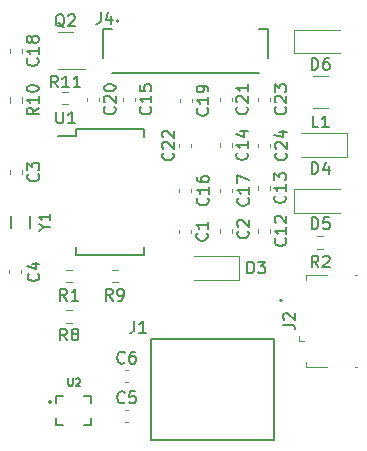
<source format=gbr>
%TF.GenerationSoftware,KiCad,Pcbnew,7.0.2*%
%TF.CreationDate,2024-01-28T11:35:20-05:00*%
%TF.ProjectId,E-INK Watch,452d494e-4b20-4576-9174-63682e6b6963,rev?*%
%TF.SameCoordinates,Original*%
%TF.FileFunction,Legend,Top*%
%TF.FilePolarity,Positive*%
%FSLAX46Y46*%
G04 Gerber Fmt 4.6, Leading zero omitted, Abs format (unit mm)*
G04 Created by KiCad (PCBNEW 7.0.2) date 2024-01-28 11:35:20*
%MOMM*%
%LPD*%
G01*
G04 APERTURE LIST*
%ADD10C,0.150000*%
%ADD11C,0.200000*%
%ADD12C,0.127000*%
%ADD13C,0.120000*%
G04 APERTURE END LIST*
D10*
X104927380Y-116392857D02*
X104975000Y-116440476D01*
X104975000Y-116440476D02*
X105022619Y-116583333D01*
X105022619Y-116583333D02*
X105022619Y-116678571D01*
X105022619Y-116678571D02*
X104975000Y-116821428D01*
X104975000Y-116821428D02*
X104879761Y-116916666D01*
X104879761Y-116916666D02*
X104784523Y-116964285D01*
X104784523Y-116964285D02*
X104594047Y-117011904D01*
X104594047Y-117011904D02*
X104451190Y-117011904D01*
X104451190Y-117011904D02*
X104260714Y-116964285D01*
X104260714Y-116964285D02*
X104165476Y-116916666D01*
X104165476Y-116916666D02*
X104070238Y-116821428D01*
X104070238Y-116821428D02*
X104022619Y-116678571D01*
X104022619Y-116678571D02*
X104022619Y-116583333D01*
X104022619Y-116583333D02*
X104070238Y-116440476D01*
X104070238Y-116440476D02*
X104117857Y-116392857D01*
X105022619Y-115440476D02*
X105022619Y-116011904D01*
X105022619Y-115726190D02*
X104022619Y-115726190D01*
X104022619Y-115726190D02*
X104165476Y-115821428D01*
X104165476Y-115821428D02*
X104260714Y-115916666D01*
X104260714Y-115916666D02*
X104308333Y-116011904D01*
X104022619Y-115107142D02*
X104022619Y-114488095D01*
X104022619Y-114488095D02*
X104403571Y-114821428D01*
X104403571Y-114821428D02*
X104403571Y-114678571D01*
X104403571Y-114678571D02*
X104451190Y-114583333D01*
X104451190Y-114583333D02*
X104498809Y-114535714D01*
X104498809Y-114535714D02*
X104594047Y-114488095D01*
X104594047Y-114488095D02*
X104832142Y-114488095D01*
X104832142Y-114488095D02*
X104927380Y-114535714D01*
X104927380Y-114535714D02*
X104975000Y-114583333D01*
X104975000Y-114583333D02*
X105022619Y-114678571D01*
X105022619Y-114678571D02*
X105022619Y-114964285D01*
X105022619Y-114964285D02*
X104975000Y-115059523D01*
X104975000Y-115059523D02*
X104927380Y-115107142D01*
%TO.C,U2*%
X86604380Y-131869676D02*
X86604380Y-132387771D01*
X86604380Y-132387771D02*
X86634857Y-132448723D01*
X86634857Y-132448723D02*
X86665333Y-132479200D01*
X86665333Y-132479200D02*
X86726285Y-132509676D01*
X86726285Y-132509676D02*
X86848190Y-132509676D01*
X86848190Y-132509676D02*
X86909142Y-132479200D01*
X86909142Y-132479200D02*
X86939619Y-132448723D01*
X86939619Y-132448723D02*
X86970095Y-132387771D01*
X86970095Y-132387771D02*
X86970095Y-131869676D01*
X87244380Y-131930628D02*
X87274856Y-131900152D01*
X87274856Y-131900152D02*
X87335809Y-131869676D01*
X87335809Y-131869676D02*
X87488190Y-131869676D01*
X87488190Y-131869676D02*
X87549142Y-131900152D01*
X87549142Y-131900152D02*
X87579618Y-131930628D01*
X87579618Y-131930628D02*
X87610095Y-131991580D01*
X87610095Y-131991580D02*
X87610095Y-132052533D01*
X87610095Y-132052533D02*
X87579618Y-132143961D01*
X87579618Y-132143961D02*
X87213904Y-132509676D01*
X87213904Y-132509676D02*
X87610095Y-132509676D01*
%TO.C,Q2*%
X86264761Y-102157857D02*
X86169523Y-102110238D01*
X86169523Y-102110238D02*
X86074285Y-102015000D01*
X86074285Y-102015000D02*
X85931428Y-101872142D01*
X85931428Y-101872142D02*
X85836190Y-101824523D01*
X85836190Y-101824523D02*
X85740952Y-101824523D01*
X85788571Y-102062619D02*
X85693333Y-102015000D01*
X85693333Y-102015000D02*
X85598095Y-101919761D01*
X85598095Y-101919761D02*
X85550476Y-101729285D01*
X85550476Y-101729285D02*
X85550476Y-101395952D01*
X85550476Y-101395952D02*
X85598095Y-101205476D01*
X85598095Y-101205476D02*
X85693333Y-101110238D01*
X85693333Y-101110238D02*
X85788571Y-101062619D01*
X85788571Y-101062619D02*
X85979047Y-101062619D01*
X85979047Y-101062619D02*
X86074285Y-101110238D01*
X86074285Y-101110238D02*
X86169523Y-101205476D01*
X86169523Y-101205476D02*
X86217142Y-101395952D01*
X86217142Y-101395952D02*
X86217142Y-101729285D01*
X86217142Y-101729285D02*
X86169523Y-101919761D01*
X86169523Y-101919761D02*
X86074285Y-102015000D01*
X86074285Y-102015000D02*
X85979047Y-102062619D01*
X85979047Y-102062619D02*
X85788571Y-102062619D01*
X86598095Y-101157857D02*
X86645714Y-101110238D01*
X86645714Y-101110238D02*
X86740952Y-101062619D01*
X86740952Y-101062619D02*
X86979047Y-101062619D01*
X86979047Y-101062619D02*
X87074285Y-101110238D01*
X87074285Y-101110238D02*
X87121904Y-101157857D01*
X87121904Y-101157857D02*
X87169523Y-101253095D01*
X87169523Y-101253095D02*
X87169523Y-101348333D01*
X87169523Y-101348333D02*
X87121904Y-101491190D01*
X87121904Y-101491190D02*
X86550476Y-102062619D01*
X86550476Y-102062619D02*
X87169523Y-102062619D01*
%TO.C,D5*%
X107211905Y-119242619D02*
X107211905Y-118242619D01*
X107211905Y-118242619D02*
X107450000Y-118242619D01*
X107450000Y-118242619D02*
X107592857Y-118290238D01*
X107592857Y-118290238D02*
X107688095Y-118385476D01*
X107688095Y-118385476D02*
X107735714Y-118480714D01*
X107735714Y-118480714D02*
X107783333Y-118671190D01*
X107783333Y-118671190D02*
X107783333Y-118814047D01*
X107783333Y-118814047D02*
X107735714Y-119004523D01*
X107735714Y-119004523D02*
X107688095Y-119099761D01*
X107688095Y-119099761D02*
X107592857Y-119195000D01*
X107592857Y-119195000D02*
X107450000Y-119242619D01*
X107450000Y-119242619D02*
X107211905Y-119242619D01*
X108688095Y-118242619D02*
X108211905Y-118242619D01*
X108211905Y-118242619D02*
X108164286Y-118718809D01*
X108164286Y-118718809D02*
X108211905Y-118671190D01*
X108211905Y-118671190D02*
X108307143Y-118623571D01*
X108307143Y-118623571D02*
X108545238Y-118623571D01*
X108545238Y-118623571D02*
X108640476Y-118671190D01*
X108640476Y-118671190D02*
X108688095Y-118718809D01*
X108688095Y-118718809D02*
X108735714Y-118814047D01*
X108735714Y-118814047D02*
X108735714Y-119052142D01*
X108735714Y-119052142D02*
X108688095Y-119147380D01*
X108688095Y-119147380D02*
X108640476Y-119195000D01*
X108640476Y-119195000D02*
X108545238Y-119242619D01*
X108545238Y-119242619D02*
X108307143Y-119242619D01*
X108307143Y-119242619D02*
X108211905Y-119195000D01*
X108211905Y-119195000D02*
X108164286Y-119147380D01*
%TO.C,C15*%
X93537380Y-108885357D02*
X93585000Y-108932976D01*
X93585000Y-108932976D02*
X93632619Y-109075833D01*
X93632619Y-109075833D02*
X93632619Y-109171071D01*
X93632619Y-109171071D02*
X93585000Y-109313928D01*
X93585000Y-109313928D02*
X93489761Y-109409166D01*
X93489761Y-109409166D02*
X93394523Y-109456785D01*
X93394523Y-109456785D02*
X93204047Y-109504404D01*
X93204047Y-109504404D02*
X93061190Y-109504404D01*
X93061190Y-109504404D02*
X92870714Y-109456785D01*
X92870714Y-109456785D02*
X92775476Y-109409166D01*
X92775476Y-109409166D02*
X92680238Y-109313928D01*
X92680238Y-109313928D02*
X92632619Y-109171071D01*
X92632619Y-109171071D02*
X92632619Y-109075833D01*
X92632619Y-109075833D02*
X92680238Y-108932976D01*
X92680238Y-108932976D02*
X92727857Y-108885357D01*
X93632619Y-107932976D02*
X93632619Y-108504404D01*
X93632619Y-108218690D02*
X92632619Y-108218690D01*
X92632619Y-108218690D02*
X92775476Y-108313928D01*
X92775476Y-108313928D02*
X92870714Y-108409166D01*
X92870714Y-108409166D02*
X92918333Y-108504404D01*
X92632619Y-107028214D02*
X92632619Y-107504404D01*
X92632619Y-107504404D02*
X93108809Y-107552023D01*
X93108809Y-107552023D02*
X93061190Y-107504404D01*
X93061190Y-107504404D02*
X93013571Y-107409166D01*
X93013571Y-107409166D02*
X93013571Y-107171071D01*
X93013571Y-107171071D02*
X93061190Y-107075833D01*
X93061190Y-107075833D02*
X93108809Y-107028214D01*
X93108809Y-107028214D02*
X93204047Y-106980595D01*
X93204047Y-106980595D02*
X93442142Y-106980595D01*
X93442142Y-106980595D02*
X93537380Y-107028214D01*
X93537380Y-107028214D02*
X93585000Y-107075833D01*
X93585000Y-107075833D02*
X93632619Y-107171071D01*
X93632619Y-107171071D02*
X93632619Y-107409166D01*
X93632619Y-107409166D02*
X93585000Y-107504404D01*
X93585000Y-107504404D02*
X93537380Y-107552023D01*
%TO.C,R1*%
X86493333Y-125282619D02*
X86160000Y-124806428D01*
X85921905Y-125282619D02*
X85921905Y-124282619D01*
X85921905Y-124282619D02*
X86302857Y-124282619D01*
X86302857Y-124282619D02*
X86398095Y-124330238D01*
X86398095Y-124330238D02*
X86445714Y-124377857D01*
X86445714Y-124377857D02*
X86493333Y-124473095D01*
X86493333Y-124473095D02*
X86493333Y-124615952D01*
X86493333Y-124615952D02*
X86445714Y-124711190D01*
X86445714Y-124711190D02*
X86398095Y-124758809D01*
X86398095Y-124758809D02*
X86302857Y-124806428D01*
X86302857Y-124806428D02*
X85921905Y-124806428D01*
X87445714Y-125282619D02*
X86874286Y-125282619D01*
X87160000Y-125282619D02*
X87160000Y-124282619D01*
X87160000Y-124282619D02*
X87064762Y-124425476D01*
X87064762Y-124425476D02*
X86969524Y-124520714D01*
X86969524Y-124520714D02*
X86874286Y-124568333D01*
%TO.C,R2*%
X107783333Y-122472619D02*
X107450000Y-121996428D01*
X107211905Y-122472619D02*
X107211905Y-121472619D01*
X107211905Y-121472619D02*
X107592857Y-121472619D01*
X107592857Y-121472619D02*
X107688095Y-121520238D01*
X107688095Y-121520238D02*
X107735714Y-121567857D01*
X107735714Y-121567857D02*
X107783333Y-121663095D01*
X107783333Y-121663095D02*
X107783333Y-121805952D01*
X107783333Y-121805952D02*
X107735714Y-121901190D01*
X107735714Y-121901190D02*
X107688095Y-121948809D01*
X107688095Y-121948809D02*
X107592857Y-121996428D01*
X107592857Y-121996428D02*
X107211905Y-121996428D01*
X108164286Y-121567857D02*
X108211905Y-121520238D01*
X108211905Y-121520238D02*
X108307143Y-121472619D01*
X108307143Y-121472619D02*
X108545238Y-121472619D01*
X108545238Y-121472619D02*
X108640476Y-121520238D01*
X108640476Y-121520238D02*
X108688095Y-121567857D01*
X108688095Y-121567857D02*
X108735714Y-121663095D01*
X108735714Y-121663095D02*
X108735714Y-121758333D01*
X108735714Y-121758333D02*
X108688095Y-121901190D01*
X108688095Y-121901190D02*
X108116667Y-122472619D01*
X108116667Y-122472619D02*
X108735714Y-122472619D01*
%TO.C,C18*%
X83987380Y-104782857D02*
X84035000Y-104830476D01*
X84035000Y-104830476D02*
X84082619Y-104973333D01*
X84082619Y-104973333D02*
X84082619Y-105068571D01*
X84082619Y-105068571D02*
X84035000Y-105211428D01*
X84035000Y-105211428D02*
X83939761Y-105306666D01*
X83939761Y-105306666D02*
X83844523Y-105354285D01*
X83844523Y-105354285D02*
X83654047Y-105401904D01*
X83654047Y-105401904D02*
X83511190Y-105401904D01*
X83511190Y-105401904D02*
X83320714Y-105354285D01*
X83320714Y-105354285D02*
X83225476Y-105306666D01*
X83225476Y-105306666D02*
X83130238Y-105211428D01*
X83130238Y-105211428D02*
X83082619Y-105068571D01*
X83082619Y-105068571D02*
X83082619Y-104973333D01*
X83082619Y-104973333D02*
X83130238Y-104830476D01*
X83130238Y-104830476D02*
X83177857Y-104782857D01*
X84082619Y-103830476D02*
X84082619Y-104401904D01*
X84082619Y-104116190D02*
X83082619Y-104116190D01*
X83082619Y-104116190D02*
X83225476Y-104211428D01*
X83225476Y-104211428D02*
X83320714Y-104306666D01*
X83320714Y-104306666D02*
X83368333Y-104401904D01*
X83511190Y-103259047D02*
X83463571Y-103354285D01*
X83463571Y-103354285D02*
X83415952Y-103401904D01*
X83415952Y-103401904D02*
X83320714Y-103449523D01*
X83320714Y-103449523D02*
X83273095Y-103449523D01*
X83273095Y-103449523D02*
X83177857Y-103401904D01*
X83177857Y-103401904D02*
X83130238Y-103354285D01*
X83130238Y-103354285D02*
X83082619Y-103259047D01*
X83082619Y-103259047D02*
X83082619Y-103068571D01*
X83082619Y-103068571D02*
X83130238Y-102973333D01*
X83130238Y-102973333D02*
X83177857Y-102925714D01*
X83177857Y-102925714D02*
X83273095Y-102878095D01*
X83273095Y-102878095D02*
X83320714Y-102878095D01*
X83320714Y-102878095D02*
X83415952Y-102925714D01*
X83415952Y-102925714D02*
X83463571Y-102973333D01*
X83463571Y-102973333D02*
X83511190Y-103068571D01*
X83511190Y-103068571D02*
X83511190Y-103259047D01*
X83511190Y-103259047D02*
X83558809Y-103354285D01*
X83558809Y-103354285D02*
X83606428Y-103401904D01*
X83606428Y-103401904D02*
X83701666Y-103449523D01*
X83701666Y-103449523D02*
X83892142Y-103449523D01*
X83892142Y-103449523D02*
X83987380Y-103401904D01*
X83987380Y-103401904D02*
X84035000Y-103354285D01*
X84035000Y-103354285D02*
X84082619Y-103259047D01*
X84082619Y-103259047D02*
X84082619Y-103068571D01*
X84082619Y-103068571D02*
X84035000Y-102973333D01*
X84035000Y-102973333D02*
X83987380Y-102925714D01*
X83987380Y-102925714D02*
X83892142Y-102878095D01*
X83892142Y-102878095D02*
X83701666Y-102878095D01*
X83701666Y-102878095D02*
X83606428Y-102925714D01*
X83606428Y-102925714D02*
X83558809Y-102973333D01*
X83558809Y-102973333D02*
X83511190Y-103068571D01*
%TO.C,C21*%
X101717380Y-108885357D02*
X101765000Y-108932976D01*
X101765000Y-108932976D02*
X101812619Y-109075833D01*
X101812619Y-109075833D02*
X101812619Y-109171071D01*
X101812619Y-109171071D02*
X101765000Y-109313928D01*
X101765000Y-109313928D02*
X101669761Y-109409166D01*
X101669761Y-109409166D02*
X101574523Y-109456785D01*
X101574523Y-109456785D02*
X101384047Y-109504404D01*
X101384047Y-109504404D02*
X101241190Y-109504404D01*
X101241190Y-109504404D02*
X101050714Y-109456785D01*
X101050714Y-109456785D02*
X100955476Y-109409166D01*
X100955476Y-109409166D02*
X100860238Y-109313928D01*
X100860238Y-109313928D02*
X100812619Y-109171071D01*
X100812619Y-109171071D02*
X100812619Y-109075833D01*
X100812619Y-109075833D02*
X100860238Y-108932976D01*
X100860238Y-108932976D02*
X100907857Y-108885357D01*
X100907857Y-108504404D02*
X100860238Y-108456785D01*
X100860238Y-108456785D02*
X100812619Y-108361547D01*
X100812619Y-108361547D02*
X100812619Y-108123452D01*
X100812619Y-108123452D02*
X100860238Y-108028214D01*
X100860238Y-108028214D02*
X100907857Y-107980595D01*
X100907857Y-107980595D02*
X101003095Y-107932976D01*
X101003095Y-107932976D02*
X101098333Y-107932976D01*
X101098333Y-107932976D02*
X101241190Y-107980595D01*
X101241190Y-107980595D02*
X101812619Y-108552023D01*
X101812619Y-108552023D02*
X101812619Y-107932976D01*
X101812619Y-106980595D02*
X101812619Y-107552023D01*
X101812619Y-107266309D02*
X100812619Y-107266309D01*
X100812619Y-107266309D02*
X100955476Y-107361547D01*
X100955476Y-107361547D02*
X101050714Y-107456785D01*
X101050714Y-107456785D02*
X101098333Y-107552023D01*
%TO.C,C12*%
X104977380Y-120022857D02*
X105025000Y-120070476D01*
X105025000Y-120070476D02*
X105072619Y-120213333D01*
X105072619Y-120213333D02*
X105072619Y-120308571D01*
X105072619Y-120308571D02*
X105025000Y-120451428D01*
X105025000Y-120451428D02*
X104929761Y-120546666D01*
X104929761Y-120546666D02*
X104834523Y-120594285D01*
X104834523Y-120594285D02*
X104644047Y-120641904D01*
X104644047Y-120641904D02*
X104501190Y-120641904D01*
X104501190Y-120641904D02*
X104310714Y-120594285D01*
X104310714Y-120594285D02*
X104215476Y-120546666D01*
X104215476Y-120546666D02*
X104120238Y-120451428D01*
X104120238Y-120451428D02*
X104072619Y-120308571D01*
X104072619Y-120308571D02*
X104072619Y-120213333D01*
X104072619Y-120213333D02*
X104120238Y-120070476D01*
X104120238Y-120070476D02*
X104167857Y-120022857D01*
X105072619Y-119070476D02*
X105072619Y-119641904D01*
X105072619Y-119356190D02*
X104072619Y-119356190D01*
X104072619Y-119356190D02*
X104215476Y-119451428D01*
X104215476Y-119451428D02*
X104310714Y-119546666D01*
X104310714Y-119546666D02*
X104358333Y-119641904D01*
X104167857Y-118689523D02*
X104120238Y-118641904D01*
X104120238Y-118641904D02*
X104072619Y-118546666D01*
X104072619Y-118546666D02*
X104072619Y-118308571D01*
X104072619Y-118308571D02*
X104120238Y-118213333D01*
X104120238Y-118213333D02*
X104167857Y-118165714D01*
X104167857Y-118165714D02*
X104263095Y-118118095D01*
X104263095Y-118118095D02*
X104358333Y-118118095D01*
X104358333Y-118118095D02*
X104501190Y-118165714D01*
X104501190Y-118165714D02*
X105072619Y-118737142D01*
X105072619Y-118737142D02*
X105072619Y-118118095D01*
%TO.C,J1*%
X92176666Y-127002619D02*
X92176666Y-127716904D01*
X92176666Y-127716904D02*
X92129047Y-127859761D01*
X92129047Y-127859761D02*
X92033809Y-127955000D01*
X92033809Y-127955000D02*
X91890952Y-128002619D01*
X91890952Y-128002619D02*
X91795714Y-128002619D01*
X93176666Y-128002619D02*
X92605238Y-128002619D01*
X92890952Y-128002619D02*
X92890952Y-127002619D01*
X92890952Y-127002619D02*
X92795714Y-127145476D01*
X92795714Y-127145476D02*
X92700476Y-127240714D01*
X92700476Y-127240714D02*
X92605238Y-127288333D01*
%TO.C,J2*%
X104800119Y-127333333D02*
X105514404Y-127333333D01*
X105514404Y-127333333D02*
X105657261Y-127380952D01*
X105657261Y-127380952D02*
X105752500Y-127476190D01*
X105752500Y-127476190D02*
X105800119Y-127619047D01*
X105800119Y-127619047D02*
X105800119Y-127714285D01*
X104895357Y-126904761D02*
X104847738Y-126857142D01*
X104847738Y-126857142D02*
X104800119Y-126761904D01*
X104800119Y-126761904D02*
X104800119Y-126523809D01*
X104800119Y-126523809D02*
X104847738Y-126428571D01*
X104847738Y-126428571D02*
X104895357Y-126380952D01*
X104895357Y-126380952D02*
X104990595Y-126333333D01*
X104990595Y-126333333D02*
X105085833Y-126333333D01*
X105085833Y-126333333D02*
X105228690Y-126380952D01*
X105228690Y-126380952D02*
X105800119Y-126952380D01*
X105800119Y-126952380D02*
X105800119Y-126333333D01*
%TO.C,R11*%
X85717142Y-107242619D02*
X85383809Y-106766428D01*
X85145714Y-107242619D02*
X85145714Y-106242619D01*
X85145714Y-106242619D02*
X85526666Y-106242619D01*
X85526666Y-106242619D02*
X85621904Y-106290238D01*
X85621904Y-106290238D02*
X85669523Y-106337857D01*
X85669523Y-106337857D02*
X85717142Y-106433095D01*
X85717142Y-106433095D02*
X85717142Y-106575952D01*
X85717142Y-106575952D02*
X85669523Y-106671190D01*
X85669523Y-106671190D02*
X85621904Y-106718809D01*
X85621904Y-106718809D02*
X85526666Y-106766428D01*
X85526666Y-106766428D02*
X85145714Y-106766428D01*
X86669523Y-107242619D02*
X86098095Y-107242619D01*
X86383809Y-107242619D02*
X86383809Y-106242619D01*
X86383809Y-106242619D02*
X86288571Y-106385476D01*
X86288571Y-106385476D02*
X86193333Y-106480714D01*
X86193333Y-106480714D02*
X86098095Y-106528333D01*
X87621904Y-107242619D02*
X87050476Y-107242619D01*
X87336190Y-107242619D02*
X87336190Y-106242619D01*
X87336190Y-106242619D02*
X87240952Y-106385476D01*
X87240952Y-106385476D02*
X87145714Y-106480714D01*
X87145714Y-106480714D02*
X87050476Y-106528333D01*
%TO.C,D3*%
X101761905Y-122982619D02*
X101761905Y-121982619D01*
X101761905Y-121982619D02*
X102000000Y-121982619D01*
X102000000Y-121982619D02*
X102142857Y-122030238D01*
X102142857Y-122030238D02*
X102238095Y-122125476D01*
X102238095Y-122125476D02*
X102285714Y-122220714D01*
X102285714Y-122220714D02*
X102333333Y-122411190D01*
X102333333Y-122411190D02*
X102333333Y-122554047D01*
X102333333Y-122554047D02*
X102285714Y-122744523D01*
X102285714Y-122744523D02*
X102238095Y-122839761D01*
X102238095Y-122839761D02*
X102142857Y-122935000D01*
X102142857Y-122935000D02*
X102000000Y-122982619D01*
X102000000Y-122982619D02*
X101761905Y-122982619D01*
X102666667Y-121982619D02*
X103285714Y-121982619D01*
X103285714Y-121982619D02*
X102952381Y-122363571D01*
X102952381Y-122363571D02*
X103095238Y-122363571D01*
X103095238Y-122363571D02*
X103190476Y-122411190D01*
X103190476Y-122411190D02*
X103238095Y-122458809D01*
X103238095Y-122458809D02*
X103285714Y-122554047D01*
X103285714Y-122554047D02*
X103285714Y-122792142D01*
X103285714Y-122792142D02*
X103238095Y-122887380D01*
X103238095Y-122887380D02*
X103190476Y-122935000D01*
X103190476Y-122935000D02*
X103095238Y-122982619D01*
X103095238Y-122982619D02*
X102809524Y-122982619D01*
X102809524Y-122982619D02*
X102714286Y-122935000D01*
X102714286Y-122935000D02*
X102666667Y-122887380D01*
%TO.C,R9*%
X90360833Y-125282619D02*
X90027500Y-124806428D01*
X89789405Y-125282619D02*
X89789405Y-124282619D01*
X89789405Y-124282619D02*
X90170357Y-124282619D01*
X90170357Y-124282619D02*
X90265595Y-124330238D01*
X90265595Y-124330238D02*
X90313214Y-124377857D01*
X90313214Y-124377857D02*
X90360833Y-124473095D01*
X90360833Y-124473095D02*
X90360833Y-124615952D01*
X90360833Y-124615952D02*
X90313214Y-124711190D01*
X90313214Y-124711190D02*
X90265595Y-124758809D01*
X90265595Y-124758809D02*
X90170357Y-124806428D01*
X90170357Y-124806428D02*
X89789405Y-124806428D01*
X90837024Y-125282619D02*
X91027500Y-125282619D01*
X91027500Y-125282619D02*
X91122738Y-125235000D01*
X91122738Y-125235000D02*
X91170357Y-125187380D01*
X91170357Y-125187380D02*
X91265595Y-125044523D01*
X91265595Y-125044523D02*
X91313214Y-124854047D01*
X91313214Y-124854047D02*
X91313214Y-124473095D01*
X91313214Y-124473095D02*
X91265595Y-124377857D01*
X91265595Y-124377857D02*
X91217976Y-124330238D01*
X91217976Y-124330238D02*
X91122738Y-124282619D01*
X91122738Y-124282619D02*
X90932262Y-124282619D01*
X90932262Y-124282619D02*
X90837024Y-124330238D01*
X90837024Y-124330238D02*
X90789405Y-124377857D01*
X90789405Y-124377857D02*
X90741786Y-124473095D01*
X90741786Y-124473095D02*
X90741786Y-124711190D01*
X90741786Y-124711190D02*
X90789405Y-124806428D01*
X90789405Y-124806428D02*
X90837024Y-124854047D01*
X90837024Y-124854047D02*
X90932262Y-124901666D01*
X90932262Y-124901666D02*
X91122738Y-124901666D01*
X91122738Y-124901666D02*
X91217976Y-124854047D01*
X91217976Y-124854047D02*
X91265595Y-124806428D01*
X91265595Y-124806428D02*
X91313214Y-124711190D01*
%TO.C,C2*%
X101797380Y-119400399D02*
X101845000Y-119448018D01*
X101845000Y-119448018D02*
X101892619Y-119590875D01*
X101892619Y-119590875D02*
X101892619Y-119686113D01*
X101892619Y-119686113D02*
X101845000Y-119828970D01*
X101845000Y-119828970D02*
X101749761Y-119924208D01*
X101749761Y-119924208D02*
X101654523Y-119971827D01*
X101654523Y-119971827D02*
X101464047Y-120019446D01*
X101464047Y-120019446D02*
X101321190Y-120019446D01*
X101321190Y-120019446D02*
X101130714Y-119971827D01*
X101130714Y-119971827D02*
X101035476Y-119924208D01*
X101035476Y-119924208D02*
X100940238Y-119828970D01*
X100940238Y-119828970D02*
X100892619Y-119686113D01*
X100892619Y-119686113D02*
X100892619Y-119590875D01*
X100892619Y-119590875D02*
X100940238Y-119448018D01*
X100940238Y-119448018D02*
X100987857Y-119400399D01*
X100987857Y-119019446D02*
X100940238Y-118971827D01*
X100940238Y-118971827D02*
X100892619Y-118876589D01*
X100892619Y-118876589D02*
X100892619Y-118638494D01*
X100892619Y-118638494D02*
X100940238Y-118543256D01*
X100940238Y-118543256D02*
X100987857Y-118495637D01*
X100987857Y-118495637D02*
X101083095Y-118448018D01*
X101083095Y-118448018D02*
X101178333Y-118448018D01*
X101178333Y-118448018D02*
X101321190Y-118495637D01*
X101321190Y-118495637D02*
X101892619Y-119067065D01*
X101892619Y-119067065D02*
X101892619Y-118448018D01*
%TO.C,C14*%
X101717380Y-112765357D02*
X101765000Y-112812976D01*
X101765000Y-112812976D02*
X101812619Y-112955833D01*
X101812619Y-112955833D02*
X101812619Y-113051071D01*
X101812619Y-113051071D02*
X101765000Y-113193928D01*
X101765000Y-113193928D02*
X101669761Y-113289166D01*
X101669761Y-113289166D02*
X101574523Y-113336785D01*
X101574523Y-113336785D02*
X101384047Y-113384404D01*
X101384047Y-113384404D02*
X101241190Y-113384404D01*
X101241190Y-113384404D02*
X101050714Y-113336785D01*
X101050714Y-113336785D02*
X100955476Y-113289166D01*
X100955476Y-113289166D02*
X100860238Y-113193928D01*
X100860238Y-113193928D02*
X100812619Y-113051071D01*
X100812619Y-113051071D02*
X100812619Y-112955833D01*
X100812619Y-112955833D02*
X100860238Y-112812976D01*
X100860238Y-112812976D02*
X100907857Y-112765357D01*
X101812619Y-111812976D02*
X101812619Y-112384404D01*
X101812619Y-112098690D02*
X100812619Y-112098690D01*
X100812619Y-112098690D02*
X100955476Y-112193928D01*
X100955476Y-112193928D02*
X101050714Y-112289166D01*
X101050714Y-112289166D02*
X101098333Y-112384404D01*
X101145952Y-110955833D02*
X101812619Y-110955833D01*
X100765000Y-111193928D02*
X101479285Y-111432023D01*
X101479285Y-111432023D02*
X101479285Y-110812976D01*
%TO.C,C19*%
X98377380Y-109000357D02*
X98425000Y-109047976D01*
X98425000Y-109047976D02*
X98472619Y-109190833D01*
X98472619Y-109190833D02*
X98472619Y-109286071D01*
X98472619Y-109286071D02*
X98425000Y-109428928D01*
X98425000Y-109428928D02*
X98329761Y-109524166D01*
X98329761Y-109524166D02*
X98234523Y-109571785D01*
X98234523Y-109571785D02*
X98044047Y-109619404D01*
X98044047Y-109619404D02*
X97901190Y-109619404D01*
X97901190Y-109619404D02*
X97710714Y-109571785D01*
X97710714Y-109571785D02*
X97615476Y-109524166D01*
X97615476Y-109524166D02*
X97520238Y-109428928D01*
X97520238Y-109428928D02*
X97472619Y-109286071D01*
X97472619Y-109286071D02*
X97472619Y-109190833D01*
X97472619Y-109190833D02*
X97520238Y-109047976D01*
X97520238Y-109047976D02*
X97567857Y-109000357D01*
X98472619Y-108047976D02*
X98472619Y-108619404D01*
X98472619Y-108333690D02*
X97472619Y-108333690D01*
X97472619Y-108333690D02*
X97615476Y-108428928D01*
X97615476Y-108428928D02*
X97710714Y-108524166D01*
X97710714Y-108524166D02*
X97758333Y-108619404D01*
X98472619Y-107571785D02*
X98472619Y-107381309D01*
X98472619Y-107381309D02*
X98425000Y-107286071D01*
X98425000Y-107286071D02*
X98377380Y-107238452D01*
X98377380Y-107238452D02*
X98234523Y-107143214D01*
X98234523Y-107143214D02*
X98044047Y-107095595D01*
X98044047Y-107095595D02*
X97663095Y-107095595D01*
X97663095Y-107095595D02*
X97567857Y-107143214D01*
X97567857Y-107143214D02*
X97520238Y-107190833D01*
X97520238Y-107190833D02*
X97472619Y-107286071D01*
X97472619Y-107286071D02*
X97472619Y-107476547D01*
X97472619Y-107476547D02*
X97520238Y-107571785D01*
X97520238Y-107571785D02*
X97567857Y-107619404D01*
X97567857Y-107619404D02*
X97663095Y-107667023D01*
X97663095Y-107667023D02*
X97901190Y-107667023D01*
X97901190Y-107667023D02*
X97996428Y-107619404D01*
X97996428Y-107619404D02*
X98044047Y-107571785D01*
X98044047Y-107571785D02*
X98091666Y-107476547D01*
X98091666Y-107476547D02*
X98091666Y-107286071D01*
X98091666Y-107286071D02*
X98044047Y-107190833D01*
X98044047Y-107190833D02*
X97996428Y-107143214D01*
X97996428Y-107143214D02*
X97901190Y-107095595D01*
%TO.C,C17*%
X101827380Y-116620357D02*
X101875000Y-116667976D01*
X101875000Y-116667976D02*
X101922619Y-116810833D01*
X101922619Y-116810833D02*
X101922619Y-116906071D01*
X101922619Y-116906071D02*
X101875000Y-117048928D01*
X101875000Y-117048928D02*
X101779761Y-117144166D01*
X101779761Y-117144166D02*
X101684523Y-117191785D01*
X101684523Y-117191785D02*
X101494047Y-117239404D01*
X101494047Y-117239404D02*
X101351190Y-117239404D01*
X101351190Y-117239404D02*
X101160714Y-117191785D01*
X101160714Y-117191785D02*
X101065476Y-117144166D01*
X101065476Y-117144166D02*
X100970238Y-117048928D01*
X100970238Y-117048928D02*
X100922619Y-116906071D01*
X100922619Y-116906071D02*
X100922619Y-116810833D01*
X100922619Y-116810833D02*
X100970238Y-116667976D01*
X100970238Y-116667976D02*
X101017857Y-116620357D01*
X101922619Y-115667976D02*
X101922619Y-116239404D01*
X101922619Y-115953690D02*
X100922619Y-115953690D01*
X100922619Y-115953690D02*
X101065476Y-116048928D01*
X101065476Y-116048928D02*
X101160714Y-116144166D01*
X101160714Y-116144166D02*
X101208333Y-116239404D01*
X100922619Y-115334642D02*
X100922619Y-114667976D01*
X100922619Y-114667976D02*
X101922619Y-115096547D01*
%TO.C,C6*%
X91373333Y-130517380D02*
X91325714Y-130565000D01*
X91325714Y-130565000D02*
X91182857Y-130612619D01*
X91182857Y-130612619D02*
X91087619Y-130612619D01*
X91087619Y-130612619D02*
X90944762Y-130565000D01*
X90944762Y-130565000D02*
X90849524Y-130469761D01*
X90849524Y-130469761D02*
X90801905Y-130374523D01*
X90801905Y-130374523D02*
X90754286Y-130184047D01*
X90754286Y-130184047D02*
X90754286Y-130041190D01*
X90754286Y-130041190D02*
X90801905Y-129850714D01*
X90801905Y-129850714D02*
X90849524Y-129755476D01*
X90849524Y-129755476D02*
X90944762Y-129660238D01*
X90944762Y-129660238D02*
X91087619Y-129612619D01*
X91087619Y-129612619D02*
X91182857Y-129612619D01*
X91182857Y-129612619D02*
X91325714Y-129660238D01*
X91325714Y-129660238D02*
X91373333Y-129707857D01*
X92230476Y-129612619D02*
X92040000Y-129612619D01*
X92040000Y-129612619D02*
X91944762Y-129660238D01*
X91944762Y-129660238D02*
X91897143Y-129707857D01*
X91897143Y-129707857D02*
X91801905Y-129850714D01*
X91801905Y-129850714D02*
X91754286Y-130041190D01*
X91754286Y-130041190D02*
X91754286Y-130422142D01*
X91754286Y-130422142D02*
X91801905Y-130517380D01*
X91801905Y-130517380D02*
X91849524Y-130565000D01*
X91849524Y-130565000D02*
X91944762Y-130612619D01*
X91944762Y-130612619D02*
X92135238Y-130612619D01*
X92135238Y-130612619D02*
X92230476Y-130565000D01*
X92230476Y-130565000D02*
X92278095Y-130517380D01*
X92278095Y-130517380D02*
X92325714Y-130422142D01*
X92325714Y-130422142D02*
X92325714Y-130184047D01*
X92325714Y-130184047D02*
X92278095Y-130088809D01*
X92278095Y-130088809D02*
X92230476Y-130041190D01*
X92230476Y-130041190D02*
X92135238Y-129993571D01*
X92135238Y-129993571D02*
X91944762Y-129993571D01*
X91944762Y-129993571D02*
X91849524Y-130041190D01*
X91849524Y-130041190D02*
X91801905Y-130088809D01*
X91801905Y-130088809D02*
X91754286Y-130184047D01*
%TO.C,C16*%
X98397380Y-116605357D02*
X98445000Y-116652976D01*
X98445000Y-116652976D02*
X98492619Y-116795833D01*
X98492619Y-116795833D02*
X98492619Y-116891071D01*
X98492619Y-116891071D02*
X98445000Y-117033928D01*
X98445000Y-117033928D02*
X98349761Y-117129166D01*
X98349761Y-117129166D02*
X98254523Y-117176785D01*
X98254523Y-117176785D02*
X98064047Y-117224404D01*
X98064047Y-117224404D02*
X97921190Y-117224404D01*
X97921190Y-117224404D02*
X97730714Y-117176785D01*
X97730714Y-117176785D02*
X97635476Y-117129166D01*
X97635476Y-117129166D02*
X97540238Y-117033928D01*
X97540238Y-117033928D02*
X97492619Y-116891071D01*
X97492619Y-116891071D02*
X97492619Y-116795833D01*
X97492619Y-116795833D02*
X97540238Y-116652976D01*
X97540238Y-116652976D02*
X97587857Y-116605357D01*
X98492619Y-115652976D02*
X98492619Y-116224404D01*
X98492619Y-115938690D02*
X97492619Y-115938690D01*
X97492619Y-115938690D02*
X97635476Y-116033928D01*
X97635476Y-116033928D02*
X97730714Y-116129166D01*
X97730714Y-116129166D02*
X97778333Y-116224404D01*
X97492619Y-114795833D02*
X97492619Y-114986309D01*
X97492619Y-114986309D02*
X97540238Y-115081547D01*
X97540238Y-115081547D02*
X97587857Y-115129166D01*
X97587857Y-115129166D02*
X97730714Y-115224404D01*
X97730714Y-115224404D02*
X97921190Y-115272023D01*
X97921190Y-115272023D02*
X98302142Y-115272023D01*
X98302142Y-115272023D02*
X98397380Y-115224404D01*
X98397380Y-115224404D02*
X98445000Y-115176785D01*
X98445000Y-115176785D02*
X98492619Y-115081547D01*
X98492619Y-115081547D02*
X98492619Y-114891071D01*
X98492619Y-114891071D02*
X98445000Y-114795833D01*
X98445000Y-114795833D02*
X98397380Y-114748214D01*
X98397380Y-114748214D02*
X98302142Y-114700595D01*
X98302142Y-114700595D02*
X98064047Y-114700595D01*
X98064047Y-114700595D02*
X97968809Y-114748214D01*
X97968809Y-114748214D02*
X97921190Y-114795833D01*
X97921190Y-114795833D02*
X97873571Y-114891071D01*
X97873571Y-114891071D02*
X97873571Y-115081547D01*
X97873571Y-115081547D02*
X97921190Y-115176785D01*
X97921190Y-115176785D02*
X97968809Y-115224404D01*
X97968809Y-115224404D02*
X98064047Y-115272023D01*
%TO.C,R8*%
X86493333Y-128662619D02*
X86160000Y-128186428D01*
X85921905Y-128662619D02*
X85921905Y-127662619D01*
X85921905Y-127662619D02*
X86302857Y-127662619D01*
X86302857Y-127662619D02*
X86398095Y-127710238D01*
X86398095Y-127710238D02*
X86445714Y-127757857D01*
X86445714Y-127757857D02*
X86493333Y-127853095D01*
X86493333Y-127853095D02*
X86493333Y-127995952D01*
X86493333Y-127995952D02*
X86445714Y-128091190D01*
X86445714Y-128091190D02*
X86398095Y-128138809D01*
X86398095Y-128138809D02*
X86302857Y-128186428D01*
X86302857Y-128186428D02*
X85921905Y-128186428D01*
X87064762Y-128091190D02*
X86969524Y-128043571D01*
X86969524Y-128043571D02*
X86921905Y-127995952D01*
X86921905Y-127995952D02*
X86874286Y-127900714D01*
X86874286Y-127900714D02*
X86874286Y-127853095D01*
X86874286Y-127853095D02*
X86921905Y-127757857D01*
X86921905Y-127757857D02*
X86969524Y-127710238D01*
X86969524Y-127710238D02*
X87064762Y-127662619D01*
X87064762Y-127662619D02*
X87255238Y-127662619D01*
X87255238Y-127662619D02*
X87350476Y-127710238D01*
X87350476Y-127710238D02*
X87398095Y-127757857D01*
X87398095Y-127757857D02*
X87445714Y-127853095D01*
X87445714Y-127853095D02*
X87445714Y-127900714D01*
X87445714Y-127900714D02*
X87398095Y-127995952D01*
X87398095Y-127995952D02*
X87350476Y-128043571D01*
X87350476Y-128043571D02*
X87255238Y-128091190D01*
X87255238Y-128091190D02*
X87064762Y-128091190D01*
X87064762Y-128091190D02*
X86969524Y-128138809D01*
X86969524Y-128138809D02*
X86921905Y-128186428D01*
X86921905Y-128186428D02*
X86874286Y-128281666D01*
X86874286Y-128281666D02*
X86874286Y-128472142D01*
X86874286Y-128472142D02*
X86921905Y-128567380D01*
X86921905Y-128567380D02*
X86969524Y-128615000D01*
X86969524Y-128615000D02*
X87064762Y-128662619D01*
X87064762Y-128662619D02*
X87255238Y-128662619D01*
X87255238Y-128662619D02*
X87350476Y-128615000D01*
X87350476Y-128615000D02*
X87398095Y-128567380D01*
X87398095Y-128567380D02*
X87445714Y-128472142D01*
X87445714Y-128472142D02*
X87445714Y-128281666D01*
X87445714Y-128281666D02*
X87398095Y-128186428D01*
X87398095Y-128186428D02*
X87350476Y-128138809D01*
X87350476Y-128138809D02*
X87255238Y-128091190D01*
%TO.C,J4*%
X89336666Y-100862619D02*
X89336666Y-101576904D01*
X89336666Y-101576904D02*
X89289047Y-101719761D01*
X89289047Y-101719761D02*
X89193809Y-101815000D01*
X89193809Y-101815000D02*
X89050952Y-101862619D01*
X89050952Y-101862619D02*
X88955714Y-101862619D01*
X90241428Y-101195952D02*
X90241428Y-101862619D01*
X90003333Y-100815000D02*
X89765238Y-101529285D01*
X89765238Y-101529285D02*
X90384285Y-101529285D01*
%TO.C,D6*%
X107211905Y-105742619D02*
X107211905Y-104742619D01*
X107211905Y-104742619D02*
X107450000Y-104742619D01*
X107450000Y-104742619D02*
X107592857Y-104790238D01*
X107592857Y-104790238D02*
X107688095Y-104885476D01*
X107688095Y-104885476D02*
X107735714Y-104980714D01*
X107735714Y-104980714D02*
X107783333Y-105171190D01*
X107783333Y-105171190D02*
X107783333Y-105314047D01*
X107783333Y-105314047D02*
X107735714Y-105504523D01*
X107735714Y-105504523D02*
X107688095Y-105599761D01*
X107688095Y-105599761D02*
X107592857Y-105695000D01*
X107592857Y-105695000D02*
X107450000Y-105742619D01*
X107450000Y-105742619D02*
X107211905Y-105742619D01*
X108640476Y-104742619D02*
X108450000Y-104742619D01*
X108450000Y-104742619D02*
X108354762Y-104790238D01*
X108354762Y-104790238D02*
X108307143Y-104837857D01*
X108307143Y-104837857D02*
X108211905Y-104980714D01*
X108211905Y-104980714D02*
X108164286Y-105171190D01*
X108164286Y-105171190D02*
X108164286Y-105552142D01*
X108164286Y-105552142D02*
X108211905Y-105647380D01*
X108211905Y-105647380D02*
X108259524Y-105695000D01*
X108259524Y-105695000D02*
X108354762Y-105742619D01*
X108354762Y-105742619D02*
X108545238Y-105742619D01*
X108545238Y-105742619D02*
X108640476Y-105695000D01*
X108640476Y-105695000D02*
X108688095Y-105647380D01*
X108688095Y-105647380D02*
X108735714Y-105552142D01*
X108735714Y-105552142D02*
X108735714Y-105314047D01*
X108735714Y-105314047D02*
X108688095Y-105218809D01*
X108688095Y-105218809D02*
X108640476Y-105171190D01*
X108640476Y-105171190D02*
X108545238Y-105123571D01*
X108545238Y-105123571D02*
X108354762Y-105123571D01*
X108354762Y-105123571D02*
X108259524Y-105171190D01*
X108259524Y-105171190D02*
X108211905Y-105218809D01*
X108211905Y-105218809D02*
X108164286Y-105314047D01*
%TO.C,C3*%
X84047380Y-114579166D02*
X84095000Y-114626785D01*
X84095000Y-114626785D02*
X84142619Y-114769642D01*
X84142619Y-114769642D02*
X84142619Y-114864880D01*
X84142619Y-114864880D02*
X84095000Y-115007737D01*
X84095000Y-115007737D02*
X83999761Y-115102975D01*
X83999761Y-115102975D02*
X83904523Y-115150594D01*
X83904523Y-115150594D02*
X83714047Y-115198213D01*
X83714047Y-115198213D02*
X83571190Y-115198213D01*
X83571190Y-115198213D02*
X83380714Y-115150594D01*
X83380714Y-115150594D02*
X83285476Y-115102975D01*
X83285476Y-115102975D02*
X83190238Y-115007737D01*
X83190238Y-115007737D02*
X83142619Y-114864880D01*
X83142619Y-114864880D02*
X83142619Y-114769642D01*
X83142619Y-114769642D02*
X83190238Y-114626785D01*
X83190238Y-114626785D02*
X83237857Y-114579166D01*
X83142619Y-114245832D02*
X83142619Y-113626785D01*
X83142619Y-113626785D02*
X83523571Y-113960118D01*
X83523571Y-113960118D02*
X83523571Y-113817261D01*
X83523571Y-113817261D02*
X83571190Y-113722023D01*
X83571190Y-113722023D02*
X83618809Y-113674404D01*
X83618809Y-113674404D02*
X83714047Y-113626785D01*
X83714047Y-113626785D02*
X83952142Y-113626785D01*
X83952142Y-113626785D02*
X84047380Y-113674404D01*
X84047380Y-113674404D02*
X84095000Y-113722023D01*
X84095000Y-113722023D02*
X84142619Y-113817261D01*
X84142619Y-113817261D02*
X84142619Y-114102975D01*
X84142619Y-114102975D02*
X84095000Y-114198213D01*
X84095000Y-114198213D02*
X84047380Y-114245832D01*
%TO.C,C23*%
X104967380Y-108885357D02*
X105015000Y-108932976D01*
X105015000Y-108932976D02*
X105062619Y-109075833D01*
X105062619Y-109075833D02*
X105062619Y-109171071D01*
X105062619Y-109171071D02*
X105015000Y-109313928D01*
X105015000Y-109313928D02*
X104919761Y-109409166D01*
X104919761Y-109409166D02*
X104824523Y-109456785D01*
X104824523Y-109456785D02*
X104634047Y-109504404D01*
X104634047Y-109504404D02*
X104491190Y-109504404D01*
X104491190Y-109504404D02*
X104300714Y-109456785D01*
X104300714Y-109456785D02*
X104205476Y-109409166D01*
X104205476Y-109409166D02*
X104110238Y-109313928D01*
X104110238Y-109313928D02*
X104062619Y-109171071D01*
X104062619Y-109171071D02*
X104062619Y-109075833D01*
X104062619Y-109075833D02*
X104110238Y-108932976D01*
X104110238Y-108932976D02*
X104157857Y-108885357D01*
X104157857Y-108504404D02*
X104110238Y-108456785D01*
X104110238Y-108456785D02*
X104062619Y-108361547D01*
X104062619Y-108361547D02*
X104062619Y-108123452D01*
X104062619Y-108123452D02*
X104110238Y-108028214D01*
X104110238Y-108028214D02*
X104157857Y-107980595D01*
X104157857Y-107980595D02*
X104253095Y-107932976D01*
X104253095Y-107932976D02*
X104348333Y-107932976D01*
X104348333Y-107932976D02*
X104491190Y-107980595D01*
X104491190Y-107980595D02*
X105062619Y-108552023D01*
X105062619Y-108552023D02*
X105062619Y-107932976D01*
X104062619Y-107599642D02*
X104062619Y-106980595D01*
X104062619Y-106980595D02*
X104443571Y-107313928D01*
X104443571Y-107313928D02*
X104443571Y-107171071D01*
X104443571Y-107171071D02*
X104491190Y-107075833D01*
X104491190Y-107075833D02*
X104538809Y-107028214D01*
X104538809Y-107028214D02*
X104634047Y-106980595D01*
X104634047Y-106980595D02*
X104872142Y-106980595D01*
X104872142Y-106980595D02*
X104967380Y-107028214D01*
X104967380Y-107028214D02*
X105015000Y-107075833D01*
X105015000Y-107075833D02*
X105062619Y-107171071D01*
X105062619Y-107171071D02*
X105062619Y-107456785D01*
X105062619Y-107456785D02*
X105015000Y-107552023D01*
X105015000Y-107552023D02*
X104967380Y-107599642D01*
%TO.C,C22*%
X95457380Y-112802857D02*
X95505000Y-112850476D01*
X95505000Y-112850476D02*
X95552619Y-112993333D01*
X95552619Y-112993333D02*
X95552619Y-113088571D01*
X95552619Y-113088571D02*
X95505000Y-113231428D01*
X95505000Y-113231428D02*
X95409761Y-113326666D01*
X95409761Y-113326666D02*
X95314523Y-113374285D01*
X95314523Y-113374285D02*
X95124047Y-113421904D01*
X95124047Y-113421904D02*
X94981190Y-113421904D01*
X94981190Y-113421904D02*
X94790714Y-113374285D01*
X94790714Y-113374285D02*
X94695476Y-113326666D01*
X94695476Y-113326666D02*
X94600238Y-113231428D01*
X94600238Y-113231428D02*
X94552619Y-113088571D01*
X94552619Y-113088571D02*
X94552619Y-112993333D01*
X94552619Y-112993333D02*
X94600238Y-112850476D01*
X94600238Y-112850476D02*
X94647857Y-112802857D01*
X94647857Y-112421904D02*
X94600238Y-112374285D01*
X94600238Y-112374285D02*
X94552619Y-112279047D01*
X94552619Y-112279047D02*
X94552619Y-112040952D01*
X94552619Y-112040952D02*
X94600238Y-111945714D01*
X94600238Y-111945714D02*
X94647857Y-111898095D01*
X94647857Y-111898095D02*
X94743095Y-111850476D01*
X94743095Y-111850476D02*
X94838333Y-111850476D01*
X94838333Y-111850476D02*
X94981190Y-111898095D01*
X94981190Y-111898095D02*
X95552619Y-112469523D01*
X95552619Y-112469523D02*
X95552619Y-111850476D01*
X94647857Y-111469523D02*
X94600238Y-111421904D01*
X94600238Y-111421904D02*
X94552619Y-111326666D01*
X94552619Y-111326666D02*
X94552619Y-111088571D01*
X94552619Y-111088571D02*
X94600238Y-110993333D01*
X94600238Y-110993333D02*
X94647857Y-110945714D01*
X94647857Y-110945714D02*
X94743095Y-110898095D01*
X94743095Y-110898095D02*
X94838333Y-110898095D01*
X94838333Y-110898095D02*
X94981190Y-110945714D01*
X94981190Y-110945714D02*
X95552619Y-111517142D01*
X95552619Y-111517142D02*
X95552619Y-110898095D01*
%TO.C,Y1*%
X84577242Y-119077660D02*
X85024903Y-119077660D01*
X84084816Y-119391022D02*
X84577242Y-119077660D01*
X84577242Y-119077660D02*
X84084816Y-118764298D01*
X85024903Y-117958509D02*
X85024903Y-118495701D01*
X85024903Y-118227105D02*
X84084816Y-118227105D01*
X84084816Y-118227105D02*
X84219114Y-118316637D01*
X84219114Y-118316637D02*
X84308646Y-118406169D01*
X84308646Y-118406169D02*
X84353412Y-118495701D01*
%TO.C,U1*%
X85598095Y-109282619D02*
X85598095Y-110092142D01*
X85598095Y-110092142D02*
X85645714Y-110187380D01*
X85645714Y-110187380D02*
X85693333Y-110235000D01*
X85693333Y-110235000D02*
X85788571Y-110282619D01*
X85788571Y-110282619D02*
X85979047Y-110282619D01*
X85979047Y-110282619D02*
X86074285Y-110235000D01*
X86074285Y-110235000D02*
X86121904Y-110187380D01*
X86121904Y-110187380D02*
X86169523Y-110092142D01*
X86169523Y-110092142D02*
X86169523Y-109282619D01*
X87169523Y-110282619D02*
X86598095Y-110282619D01*
X86883809Y-110282619D02*
X86883809Y-109282619D01*
X86883809Y-109282619D02*
X86788571Y-109425476D01*
X86788571Y-109425476D02*
X86693333Y-109520714D01*
X86693333Y-109520714D02*
X86598095Y-109568333D01*
%TO.C,R10*%
X84082619Y-108950357D02*
X83606428Y-109283690D01*
X84082619Y-109521785D02*
X83082619Y-109521785D01*
X83082619Y-109521785D02*
X83082619Y-109140833D01*
X83082619Y-109140833D02*
X83130238Y-109045595D01*
X83130238Y-109045595D02*
X83177857Y-108997976D01*
X83177857Y-108997976D02*
X83273095Y-108950357D01*
X83273095Y-108950357D02*
X83415952Y-108950357D01*
X83415952Y-108950357D02*
X83511190Y-108997976D01*
X83511190Y-108997976D02*
X83558809Y-109045595D01*
X83558809Y-109045595D02*
X83606428Y-109140833D01*
X83606428Y-109140833D02*
X83606428Y-109521785D01*
X84082619Y-107997976D02*
X84082619Y-108569404D01*
X84082619Y-108283690D02*
X83082619Y-108283690D01*
X83082619Y-108283690D02*
X83225476Y-108378928D01*
X83225476Y-108378928D02*
X83320714Y-108474166D01*
X83320714Y-108474166D02*
X83368333Y-108569404D01*
X83082619Y-107378928D02*
X83082619Y-107283690D01*
X83082619Y-107283690D02*
X83130238Y-107188452D01*
X83130238Y-107188452D02*
X83177857Y-107140833D01*
X83177857Y-107140833D02*
X83273095Y-107093214D01*
X83273095Y-107093214D02*
X83463571Y-107045595D01*
X83463571Y-107045595D02*
X83701666Y-107045595D01*
X83701666Y-107045595D02*
X83892142Y-107093214D01*
X83892142Y-107093214D02*
X83987380Y-107140833D01*
X83987380Y-107140833D02*
X84035000Y-107188452D01*
X84035000Y-107188452D02*
X84082619Y-107283690D01*
X84082619Y-107283690D02*
X84082619Y-107378928D01*
X84082619Y-107378928D02*
X84035000Y-107474166D01*
X84035000Y-107474166D02*
X83987380Y-107521785D01*
X83987380Y-107521785D02*
X83892142Y-107569404D01*
X83892142Y-107569404D02*
X83701666Y-107617023D01*
X83701666Y-107617023D02*
X83463571Y-107617023D01*
X83463571Y-107617023D02*
X83273095Y-107569404D01*
X83273095Y-107569404D02*
X83177857Y-107521785D01*
X83177857Y-107521785D02*
X83130238Y-107474166D01*
X83130238Y-107474166D02*
X83082619Y-107378928D01*
%TO.C,C4*%
X84067380Y-123006666D02*
X84115000Y-123054285D01*
X84115000Y-123054285D02*
X84162619Y-123197142D01*
X84162619Y-123197142D02*
X84162619Y-123292380D01*
X84162619Y-123292380D02*
X84115000Y-123435237D01*
X84115000Y-123435237D02*
X84019761Y-123530475D01*
X84019761Y-123530475D02*
X83924523Y-123578094D01*
X83924523Y-123578094D02*
X83734047Y-123625713D01*
X83734047Y-123625713D02*
X83591190Y-123625713D01*
X83591190Y-123625713D02*
X83400714Y-123578094D01*
X83400714Y-123578094D02*
X83305476Y-123530475D01*
X83305476Y-123530475D02*
X83210238Y-123435237D01*
X83210238Y-123435237D02*
X83162619Y-123292380D01*
X83162619Y-123292380D02*
X83162619Y-123197142D01*
X83162619Y-123197142D02*
X83210238Y-123054285D01*
X83210238Y-123054285D02*
X83257857Y-123006666D01*
X83495952Y-122149523D02*
X84162619Y-122149523D01*
X83115000Y-122387618D02*
X83829285Y-122625713D01*
X83829285Y-122625713D02*
X83829285Y-122006666D01*
%TO.C,C24*%
X105007380Y-112802857D02*
X105055000Y-112850476D01*
X105055000Y-112850476D02*
X105102619Y-112993333D01*
X105102619Y-112993333D02*
X105102619Y-113088571D01*
X105102619Y-113088571D02*
X105055000Y-113231428D01*
X105055000Y-113231428D02*
X104959761Y-113326666D01*
X104959761Y-113326666D02*
X104864523Y-113374285D01*
X104864523Y-113374285D02*
X104674047Y-113421904D01*
X104674047Y-113421904D02*
X104531190Y-113421904D01*
X104531190Y-113421904D02*
X104340714Y-113374285D01*
X104340714Y-113374285D02*
X104245476Y-113326666D01*
X104245476Y-113326666D02*
X104150238Y-113231428D01*
X104150238Y-113231428D02*
X104102619Y-113088571D01*
X104102619Y-113088571D02*
X104102619Y-112993333D01*
X104102619Y-112993333D02*
X104150238Y-112850476D01*
X104150238Y-112850476D02*
X104197857Y-112802857D01*
X104197857Y-112421904D02*
X104150238Y-112374285D01*
X104150238Y-112374285D02*
X104102619Y-112279047D01*
X104102619Y-112279047D02*
X104102619Y-112040952D01*
X104102619Y-112040952D02*
X104150238Y-111945714D01*
X104150238Y-111945714D02*
X104197857Y-111898095D01*
X104197857Y-111898095D02*
X104293095Y-111850476D01*
X104293095Y-111850476D02*
X104388333Y-111850476D01*
X104388333Y-111850476D02*
X104531190Y-111898095D01*
X104531190Y-111898095D02*
X105102619Y-112469523D01*
X105102619Y-112469523D02*
X105102619Y-111850476D01*
X104435952Y-110993333D02*
X105102619Y-110993333D01*
X104055000Y-111231428D02*
X104769285Y-111469523D01*
X104769285Y-111469523D02*
X104769285Y-110850476D01*
%TO.C,C1*%
X98317380Y-119584166D02*
X98365000Y-119631785D01*
X98365000Y-119631785D02*
X98412619Y-119774642D01*
X98412619Y-119774642D02*
X98412619Y-119869880D01*
X98412619Y-119869880D02*
X98365000Y-120012737D01*
X98365000Y-120012737D02*
X98269761Y-120107975D01*
X98269761Y-120107975D02*
X98174523Y-120155594D01*
X98174523Y-120155594D02*
X97984047Y-120203213D01*
X97984047Y-120203213D02*
X97841190Y-120203213D01*
X97841190Y-120203213D02*
X97650714Y-120155594D01*
X97650714Y-120155594D02*
X97555476Y-120107975D01*
X97555476Y-120107975D02*
X97460238Y-120012737D01*
X97460238Y-120012737D02*
X97412619Y-119869880D01*
X97412619Y-119869880D02*
X97412619Y-119774642D01*
X97412619Y-119774642D02*
X97460238Y-119631785D01*
X97460238Y-119631785D02*
X97507857Y-119584166D01*
X98412619Y-118631785D02*
X98412619Y-119203213D01*
X98412619Y-118917499D02*
X97412619Y-118917499D01*
X97412619Y-118917499D02*
X97555476Y-119012737D01*
X97555476Y-119012737D02*
X97650714Y-119107975D01*
X97650714Y-119107975D02*
X97698333Y-119203213D01*
%TO.C,D4*%
X107211905Y-114562619D02*
X107211905Y-113562619D01*
X107211905Y-113562619D02*
X107450000Y-113562619D01*
X107450000Y-113562619D02*
X107592857Y-113610238D01*
X107592857Y-113610238D02*
X107688095Y-113705476D01*
X107688095Y-113705476D02*
X107735714Y-113800714D01*
X107735714Y-113800714D02*
X107783333Y-113991190D01*
X107783333Y-113991190D02*
X107783333Y-114134047D01*
X107783333Y-114134047D02*
X107735714Y-114324523D01*
X107735714Y-114324523D02*
X107688095Y-114419761D01*
X107688095Y-114419761D02*
X107592857Y-114515000D01*
X107592857Y-114515000D02*
X107450000Y-114562619D01*
X107450000Y-114562619D02*
X107211905Y-114562619D01*
X108640476Y-113895952D02*
X108640476Y-114562619D01*
X108402381Y-113515000D02*
X108164286Y-114229285D01*
X108164286Y-114229285D02*
X108783333Y-114229285D01*
%TO.C,C20*%
X90507380Y-108885357D02*
X90555000Y-108932976D01*
X90555000Y-108932976D02*
X90602619Y-109075833D01*
X90602619Y-109075833D02*
X90602619Y-109171071D01*
X90602619Y-109171071D02*
X90555000Y-109313928D01*
X90555000Y-109313928D02*
X90459761Y-109409166D01*
X90459761Y-109409166D02*
X90364523Y-109456785D01*
X90364523Y-109456785D02*
X90174047Y-109504404D01*
X90174047Y-109504404D02*
X90031190Y-109504404D01*
X90031190Y-109504404D02*
X89840714Y-109456785D01*
X89840714Y-109456785D02*
X89745476Y-109409166D01*
X89745476Y-109409166D02*
X89650238Y-109313928D01*
X89650238Y-109313928D02*
X89602619Y-109171071D01*
X89602619Y-109171071D02*
X89602619Y-109075833D01*
X89602619Y-109075833D02*
X89650238Y-108932976D01*
X89650238Y-108932976D02*
X89697857Y-108885357D01*
X89697857Y-108504404D02*
X89650238Y-108456785D01*
X89650238Y-108456785D02*
X89602619Y-108361547D01*
X89602619Y-108361547D02*
X89602619Y-108123452D01*
X89602619Y-108123452D02*
X89650238Y-108028214D01*
X89650238Y-108028214D02*
X89697857Y-107980595D01*
X89697857Y-107980595D02*
X89793095Y-107932976D01*
X89793095Y-107932976D02*
X89888333Y-107932976D01*
X89888333Y-107932976D02*
X90031190Y-107980595D01*
X90031190Y-107980595D02*
X90602619Y-108552023D01*
X90602619Y-108552023D02*
X90602619Y-107932976D01*
X89602619Y-107313928D02*
X89602619Y-107218690D01*
X89602619Y-107218690D02*
X89650238Y-107123452D01*
X89650238Y-107123452D02*
X89697857Y-107075833D01*
X89697857Y-107075833D02*
X89793095Y-107028214D01*
X89793095Y-107028214D02*
X89983571Y-106980595D01*
X89983571Y-106980595D02*
X90221666Y-106980595D01*
X90221666Y-106980595D02*
X90412142Y-107028214D01*
X90412142Y-107028214D02*
X90507380Y-107075833D01*
X90507380Y-107075833D02*
X90555000Y-107123452D01*
X90555000Y-107123452D02*
X90602619Y-107218690D01*
X90602619Y-107218690D02*
X90602619Y-107313928D01*
X90602619Y-107313928D02*
X90555000Y-107409166D01*
X90555000Y-107409166D02*
X90507380Y-107456785D01*
X90507380Y-107456785D02*
X90412142Y-107504404D01*
X90412142Y-107504404D02*
X90221666Y-107552023D01*
X90221666Y-107552023D02*
X89983571Y-107552023D01*
X89983571Y-107552023D02*
X89793095Y-107504404D01*
X89793095Y-107504404D02*
X89697857Y-107456785D01*
X89697857Y-107456785D02*
X89650238Y-107409166D01*
X89650238Y-107409166D02*
X89602619Y-107313928D01*
%TO.C,L1*%
X107783333Y-110622619D02*
X107307143Y-110622619D01*
X107307143Y-110622619D02*
X107307143Y-109622619D01*
X108640476Y-110622619D02*
X108069048Y-110622619D01*
X108354762Y-110622619D02*
X108354762Y-109622619D01*
X108354762Y-109622619D02*
X108259524Y-109765476D01*
X108259524Y-109765476D02*
X108164286Y-109860714D01*
X108164286Y-109860714D02*
X108069048Y-109908333D01*
%TO.C,C5*%
X91373333Y-133887380D02*
X91325714Y-133935000D01*
X91325714Y-133935000D02*
X91182857Y-133982619D01*
X91182857Y-133982619D02*
X91087619Y-133982619D01*
X91087619Y-133982619D02*
X90944762Y-133935000D01*
X90944762Y-133935000D02*
X90849524Y-133839761D01*
X90849524Y-133839761D02*
X90801905Y-133744523D01*
X90801905Y-133744523D02*
X90754286Y-133554047D01*
X90754286Y-133554047D02*
X90754286Y-133411190D01*
X90754286Y-133411190D02*
X90801905Y-133220714D01*
X90801905Y-133220714D02*
X90849524Y-133125476D01*
X90849524Y-133125476D02*
X90944762Y-133030238D01*
X90944762Y-133030238D02*
X91087619Y-132982619D01*
X91087619Y-132982619D02*
X91182857Y-132982619D01*
X91182857Y-132982619D02*
X91325714Y-133030238D01*
X91325714Y-133030238D02*
X91373333Y-133077857D01*
X92278095Y-132982619D02*
X91801905Y-132982619D01*
X91801905Y-132982619D02*
X91754286Y-133458809D01*
X91754286Y-133458809D02*
X91801905Y-133411190D01*
X91801905Y-133411190D02*
X91897143Y-133363571D01*
X91897143Y-133363571D02*
X92135238Y-133363571D01*
X92135238Y-133363571D02*
X92230476Y-133411190D01*
X92230476Y-133411190D02*
X92278095Y-133458809D01*
X92278095Y-133458809D02*
X92325714Y-133554047D01*
X92325714Y-133554047D02*
X92325714Y-133792142D01*
X92325714Y-133792142D02*
X92278095Y-133887380D01*
X92278095Y-133887380D02*
X92230476Y-133935000D01*
X92230476Y-133935000D02*
X92135238Y-133982619D01*
X92135238Y-133982619D02*
X91897143Y-133982619D01*
X91897143Y-133982619D02*
X91801905Y-133935000D01*
X91801905Y-133935000D02*
X91754286Y-133887380D01*
D11*
%TO.C,U2*%
X85160000Y-133870000D02*
G75*
G03*
X85160000Y-133870000I-100000J0D01*
G01*
D12*
X88523500Y-135833500D02*
X88523500Y-135255000D01*
X88523500Y-135833500D02*
X87945000Y-135833500D01*
X88523500Y-133985000D02*
X88523500Y-133406500D01*
X88523500Y-133406500D02*
X87945000Y-133406500D01*
X86175000Y-135833500D02*
X85596500Y-135833500D01*
X86175000Y-133406500D02*
X85596500Y-133406500D01*
X85596500Y-135833500D02*
X85596500Y-135255000D01*
X85596500Y-133985000D02*
X85596500Y-133406500D01*
D13*
%TO.C,Q2*%
X86360000Y-105700000D02*
X88035000Y-105700000D01*
X86360000Y-105700000D02*
X85710000Y-105700000D01*
X86360000Y-102580000D02*
X87010000Y-102580000D01*
X86360000Y-102580000D02*
X85710000Y-102580000D01*
%TO.C,D5*%
X105700000Y-115840000D02*
X105700000Y-117840000D01*
X105700000Y-115840000D02*
X109600000Y-115840000D01*
X105700000Y-117840000D02*
X109600000Y-117840000D01*
%TO.C,C15*%
X92250000Y-108096233D02*
X92250000Y-108388767D01*
X91230000Y-108096233D02*
X91230000Y-108388767D01*
%TO.C,R1*%
X86914724Y-123712500D02*
X86405276Y-123712500D01*
X86914724Y-122667500D02*
X86405276Y-122667500D01*
%TO.C,R2*%
X108204724Y-120902500D02*
X107695276Y-120902500D01*
X108204724Y-119857500D02*
X107695276Y-119857500D01*
%TO.C,C18*%
X81640000Y-104286267D02*
X81640000Y-103993733D01*
X82660000Y-104286267D02*
X82660000Y-103993733D01*
%TO.C,C21*%
X100430000Y-108096233D02*
X100430000Y-108388767D01*
X99410000Y-108096233D02*
X99410000Y-108388767D01*
%TO.C,C12*%
X102630000Y-119526267D02*
X102630000Y-119233733D01*
X103650000Y-119526267D02*
X103650000Y-119233733D01*
D12*
%TO.C,J1*%
X103985000Y-137047500D02*
X103985000Y-128547500D01*
X103985000Y-128547500D02*
X93575000Y-128547500D01*
X93575000Y-137047500D02*
X103985000Y-137047500D01*
X93575000Y-128547500D02*
X93575000Y-137047500D01*
D11*
X104720000Y-125272500D02*
G75*
G03*
X104720000Y-125272500I-100000J0D01*
G01*
D13*
%TO.C,J2*%
X106687500Y-130900000D02*
X106687500Y-130450000D01*
X108537500Y-130900000D02*
X106687500Y-130900000D01*
X111087500Y-130900000D02*
X110837500Y-130900000D01*
X106137500Y-128700000D02*
X106587500Y-128700000D01*
X106137500Y-128700000D02*
X106137500Y-128250000D01*
X106687500Y-123100000D02*
X106687500Y-123550000D01*
X108537500Y-123100000D02*
X106687500Y-123100000D01*
X111087500Y-123100000D02*
X110837500Y-123100000D01*
%TO.C,R11*%
X86614724Y-108672500D02*
X86105276Y-108672500D01*
X86614724Y-107627500D02*
X86105276Y-107627500D01*
%TO.C,D3*%
X101060000Y-123520000D02*
X101060000Y-121520000D01*
X101060000Y-123520000D02*
X97210000Y-123520000D01*
X101060000Y-121520000D02*
X97210000Y-121520000D01*
%TO.C,R9*%
X90782224Y-123712500D02*
X90272776Y-123712500D01*
X90782224Y-122667500D02*
X90272776Y-122667500D01*
%TO.C,C2*%
X100470000Y-119233733D02*
X100470000Y-119526267D01*
X99450000Y-119233733D02*
X99450000Y-119526267D01*
%TO.C,C14*%
X100430000Y-111976233D02*
X100430000Y-112268767D01*
X99410000Y-111976233D02*
X99410000Y-112268767D01*
%TO.C,C19*%
X97090000Y-108211233D02*
X97090000Y-108503767D01*
X96070000Y-108211233D02*
X96070000Y-108503767D01*
%TO.C,C17*%
X99450000Y-116123767D02*
X99450000Y-115831233D01*
X100470000Y-116123767D02*
X100470000Y-115831233D01*
%TO.C,C6*%
X91393733Y-132190000D02*
X91686267Y-132190000D01*
X91393733Y-131170000D02*
X91686267Y-131170000D01*
%TO.C,C16*%
X96010000Y-116108767D02*
X96010000Y-115816233D01*
X97030000Y-116108767D02*
X97030000Y-115816233D01*
%TO.C,R8*%
X86405276Y-126107500D02*
X86914724Y-126107500D01*
X86405276Y-127152500D02*
X86914724Y-127152500D01*
D11*
%TO.C,J4*%
X90870000Y-101590000D02*
G75*
G03*
X90870000Y-101590000I-100000J0D01*
G01*
D12*
X103520000Y-102290000D02*
X103520000Y-104770000D01*
X102740000Y-102290000D02*
X103520000Y-102290000D01*
X90290000Y-105990000D02*
X102750000Y-105990000D01*
X89520000Y-104770000D02*
X89520000Y-102290000D01*
X89520000Y-102290000D02*
X90300000Y-102290000D01*
D13*
%TO.C,D6*%
X105700000Y-102340000D02*
X105700000Y-104340000D01*
X105700000Y-102340000D02*
X109600000Y-102340000D01*
X105700000Y-104340000D02*
X109600000Y-104340000D01*
%TO.C,C3*%
X82660000Y-114266233D02*
X82660000Y-114558767D01*
X81640000Y-114266233D02*
X81640000Y-114558767D01*
%TO.C,C23*%
X102650000Y-108388767D02*
X102650000Y-108096233D01*
X103670000Y-108388767D02*
X103670000Y-108096233D01*
%TO.C,C22*%
X96010000Y-112306267D02*
X96010000Y-112013733D01*
X97030000Y-112306267D02*
X97030000Y-112013733D01*
D12*
%TO.C,Y1*%
X81750000Y-119130000D02*
X81750000Y-118130000D01*
X83350000Y-119130000D02*
X83350000Y-118130000D01*
D10*
%TO.C,U1*%
X93045000Y-121395000D02*
X93045000Y-120745000D01*
X93045000Y-110745000D02*
X93045000Y-111395000D01*
X87295000Y-121395000D02*
X93045000Y-121395000D01*
X87295000Y-121395000D02*
X87295000Y-120745000D01*
X87295000Y-111320000D02*
X85695000Y-111320000D01*
X87295000Y-110745000D02*
X93045000Y-110745000D01*
X87295000Y-110745000D02*
X87295000Y-111320000D01*
D13*
%TO.C,R10*%
X81627500Y-108562224D02*
X81627500Y-108052776D01*
X82672500Y-108562224D02*
X82672500Y-108052776D01*
%TO.C,C4*%
X81620000Y-122986267D02*
X81620000Y-122693733D01*
X82640000Y-122986267D02*
X82640000Y-122693733D01*
%TO.C,C24*%
X102667500Y-112306267D02*
X102667500Y-112013733D01*
X103687500Y-112306267D02*
X103687500Y-112013733D01*
%TO.C,C13*%
X103660000Y-115603733D02*
X103660000Y-115896267D01*
X102640000Y-115603733D02*
X102640000Y-115896267D01*
%TO.C,C1*%
X97030000Y-119271233D02*
X97030000Y-119563767D01*
X96010000Y-119271233D02*
X96010000Y-119563767D01*
%TO.C,D4*%
X110200000Y-113100000D02*
X110200000Y-111100000D01*
X110200000Y-113100000D02*
X106300000Y-113100000D01*
X110200000Y-111100000D02*
X106300000Y-111100000D01*
%TO.C,C20*%
X88190000Y-108388767D02*
X88190000Y-108096233D01*
X89210000Y-108388767D02*
X89210000Y-108096233D01*
%TO.C,L1*%
X107347936Y-106260000D02*
X108552064Y-106260000D01*
X107347936Y-108980000D02*
X108552064Y-108980000D01*
%TO.C,C5*%
X91393733Y-134510000D02*
X91686267Y-134510000D01*
X91393733Y-135530000D02*
X91686267Y-135530000D01*
%TD*%
M02*

</source>
